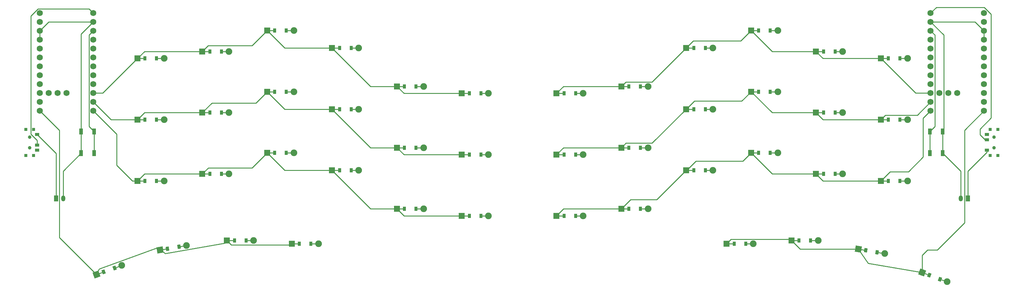
<source format=gbr>
%TF.GenerationSoftware,KiCad,Pcbnew,8.0.4*%
%TF.CreationDate,2024-08-22T13:40:17+01:00*%
%TF.ProjectId,TEST combine v2 left and right,54455354-2063-46f6-9d62-696e65207632,rev?*%
%TF.SameCoordinates,Original*%
%TF.FileFunction,Copper,L1,Top*%
%TF.FilePolarity,Positive*%
%FSLAX46Y46*%
G04 Gerber Fmt 4.6, Leading zero omitted, Abs format (unit mm)*
G04 Created by KiCad (PCBNEW 8.0.4) date 2024-08-22 13:40:17*
%MOMM*%
%LPD*%
G01*
G04 APERTURE LIST*
G04 Aperture macros list*
%AMRotRect*
0 Rectangle, with rotation*
0 The origin of the aperture is its center*
0 $1 length*
0 $2 width*
0 $3 Rotation angle, in degrees counterclockwise*
0 Add horizontal line*
21,1,$1,$2,0,0,$3*%
G04 Aperture macros list end*
%TA.AperFunction,SMDPad,CuDef*%
%ADD10R,0.900000X0.900000*%
%TD*%
%TA.AperFunction,WasherPad*%
%ADD11C,1.000000*%
%TD*%
%TA.AperFunction,SMDPad,CuDef*%
%ADD12R,1.250000X0.900000*%
%TD*%
%TA.AperFunction,SMDPad,CuDef*%
%ADD13R,1.100000X1.800000*%
%TD*%
%TA.AperFunction,ComponentPad*%
%ADD14R,1.778000X1.778000*%
%TD*%
%TA.AperFunction,SMDPad,CuDef*%
%ADD15R,0.900000X1.200000*%
%TD*%
%TA.AperFunction,ComponentPad*%
%ADD16C,1.905000*%
%TD*%
%TA.AperFunction,ComponentPad*%
%ADD17RotRect,1.778000X1.778000X350.000000*%
%TD*%
%TA.AperFunction,SMDPad,CuDef*%
%ADD18RotRect,0.900000X1.200000X350.000000*%
%TD*%
%TA.AperFunction,ComponentPad*%
%ADD19RotRect,1.778000X1.778000X340.000000*%
%TD*%
%TA.AperFunction,SMDPad,CuDef*%
%ADD20RotRect,0.900000X1.200000X340.000000*%
%TD*%
%TA.AperFunction,ComponentPad*%
%ADD21R,1.200000X1.700000*%
%TD*%
%TA.AperFunction,ComponentPad*%
%ADD22O,1.200000X1.700000*%
%TD*%
%TA.AperFunction,ComponentPad*%
%ADD23C,1.752600*%
%TD*%
%TA.AperFunction,ComponentPad*%
%ADD24RotRect,1.778000X1.778000X10.000000*%
%TD*%
%TA.AperFunction,SMDPad,CuDef*%
%ADD25RotRect,0.900000X1.200000X10.000000*%
%TD*%
%TA.AperFunction,ComponentPad*%
%ADD26RotRect,1.778000X1.778000X20.000000*%
%TD*%
%TA.AperFunction,SMDPad,CuDef*%
%ADD27RotRect,0.900000X1.200000X20.000000*%
%TD*%
%TA.AperFunction,Conductor*%
%ADD28C,0.250000*%
%TD*%
G04 APERTURE END LIST*
D10*
%TO.P,T1,*%
%TO.N,*%
X295500004Y-84999998D03*
X293300004Y-84999998D03*
D11*
X294400004Y-87199998D03*
X294400004Y-90199998D03*
D10*
X295500004Y-92399998D03*
X293300004Y-92399998D03*
D12*
%TO.P,T1,1*%
%TO.N,pos*%
X292325004Y-90949998D03*
%TO.P,T1,2*%
%TO.N,RAW*%
X292325004Y-87949998D03*
%TO.P,T1,3*%
%TO.N,N/C*%
X292325003Y-86449998D03*
%TD*%
D13*
%TO.P,B1,1*%
%TO.N,GND*%
X279750001Y-85599998D03*
X279750001Y-91799998D03*
%TO.P,B1,2*%
%TO.N,RST*%
X276050001Y-85599998D03*
X276050001Y-91799998D03*
%TD*%
D14*
%TO.P,D18,1*%
%TO.N,P111*%
X262090005Y-64700001D03*
D15*
X264250005Y-64699999D03*
%TO.P,D18,2*%
%TO.N,sixth_top*%
X267550005Y-64700003D03*
D16*
X269710005Y-64700001D03*
%TD*%
D14*
%TO.P,D12,1*%
%TO.N,P111*%
X225090001Y-56699999D03*
D15*
X227250001Y-56699997D03*
%TO.P,D12,2*%
%TO.N,fourth_top*%
X230550001Y-56700001D03*
D16*
X232710001Y-56699999D03*
%TD*%
D14*
%TO.P,D17,1*%
%TO.N,P010*%
X262090005Y-82199999D03*
D15*
X264250005Y-82199997D03*
%TO.P,D17,2*%
%TO.N,sixth_home*%
X267550005Y-82200001D03*
D16*
X269710005Y-82199999D03*
%TD*%
D14*
%TO.P,D6,1*%
%TO.N,P111*%
X188090002Y-72699999D03*
D15*
X190250002Y-72699997D03*
%TO.P,D6,2*%
%TO.N,second_top*%
X193550002Y-72700001D03*
D16*
X195710002Y-72699999D03*
%TD*%
D14*
%TO.P,D13,1*%
%TO.N,P009*%
X243590002Y-97699999D03*
D15*
X245750002Y-97699997D03*
%TO.P,D13,2*%
%TO.N,fifth_bottom*%
X249050002Y-97700001D03*
D16*
X251210002Y-97699999D03*
%TD*%
D14*
%TO.P,D8,1*%
%TO.N,P010*%
X206590002Y-79199998D03*
D15*
X208750002Y-79199996D03*
%TO.P,D8,2*%
%TO.N,third_home*%
X212050002Y-79200000D03*
D16*
X214210002Y-79199998D03*
%TD*%
D14*
%TO.P,D2,1*%
%TO.N,P010*%
X169590001Y-92199998D03*
D15*
X171750001Y-92199996D03*
%TO.P,D2,2*%
%TO.N,first_home*%
X175050001Y-92200000D03*
D16*
X177210001Y-92199998D03*
%TD*%
D14*
%TO.P,D7,1*%
%TO.N,P009*%
X206590005Y-96700000D03*
D15*
X208750005Y-96699998D03*
%TO.P,D7,2*%
%TO.N,third_bottom*%
X212050005Y-96700002D03*
D16*
X214210005Y-96700000D03*
%TD*%
D14*
%TO.P,D11,1*%
%TO.N,P010*%
X225090007Y-74199999D03*
D15*
X227250007Y-74199997D03*
%TO.P,D11,2*%
%TO.N,fourth_home*%
X230550007Y-74200001D03*
D16*
X232710007Y-74199999D03*
%TD*%
D17*
%TO.P,D21,1*%
%TO.N,P106*%
X255660173Y-119182945D03*
D18*
X257787360Y-119558027D03*
%TO.P,D21,2*%
%TO.N,third_only*%
X261037226Y-120131063D03*
D16*
X263164413Y-120506145D03*
%TD*%
D19*
%TO.P,D22,1*%
%TO.N,P106*%
X273835814Y-125924482D03*
D20*
X275865550Y-126663247D03*
%TO.P,D22,2*%
%TO.N,fourth_only*%
X278966536Y-127791911D03*
D16*
X280996272Y-128530676D03*
%TD*%
D14*
%TO.P,D10,1*%
%TO.N,P009*%
X225089999Y-91700002D03*
D15*
X227249999Y-91700000D03*
%TO.P,D10,2*%
%TO.N,fourth_bottom*%
X230549999Y-91700004D03*
D16*
X232709999Y-91700002D03*
%TD*%
D14*
%TO.P,D3,1*%
%TO.N,P111*%
X169590004Y-74699998D03*
D15*
X171750004Y-74699996D03*
%TO.P,D3,2*%
%TO.N,first_top*%
X175050004Y-74700000D03*
D16*
X177210004Y-74699998D03*
%TD*%
D14*
%TO.P,D19,1*%
%TO.N,P106*%
X218090006Y-117699999D03*
D15*
X220250006Y-117699997D03*
%TO.P,D19,2*%
%TO.N,first_only*%
X223550006Y-117700001D03*
D16*
X225710006Y-117699999D03*
%TD*%
D14*
%TO.P,D9,1*%
%TO.N,P111*%
X206590007Y-61699999D03*
D15*
X208750007Y-61699997D03*
%TO.P,D9,2*%
%TO.N,third_top*%
X212050007Y-61700001D03*
D16*
X214210007Y-61699999D03*
%TD*%
D21*
%TO.P,JST1,1*%
%TO.N,pos*%
X286900005Y-104699999D03*
D22*
%TO.P,JST1,2*%
%TO.N,GND*%
X284900005Y-104699999D03*
%TD*%
D14*
%TO.P,D1,1*%
%TO.N,P009*%
X169590004Y-109699999D03*
D15*
X171750004Y-109699997D03*
%TO.P,D1,2*%
%TO.N,first_bottom*%
X175050004Y-109700001D03*
D16*
X177210004Y-109699999D03*
%TD*%
D14*
%TO.P,D14,1*%
%TO.N,P010*%
X243590007Y-80199997D03*
D15*
X245750007Y-80199995D03*
%TO.P,D14,2*%
%TO.N,fifth_home*%
X249050007Y-80199999D03*
D16*
X251210007Y-80199997D03*
%TD*%
D14*
%TO.P,D16,1*%
%TO.N,P009*%
X262090006Y-99700001D03*
D15*
X264250006Y-99699999D03*
%TO.P,D16,2*%
%TO.N,sixth_bottom*%
X267550006Y-99700003D03*
D16*
X269710006Y-99700001D03*
%TD*%
D14*
%TO.P,D15,1*%
%TO.N,P111*%
X243590004Y-62699997D03*
D15*
X245750004Y-62699995D03*
%TO.P,D15,2*%
%TO.N,fifth_top*%
X249050004Y-62699999D03*
D16*
X251210004Y-62699997D03*
%TD*%
D23*
%TO.P,MCU1,1*%
%TO.N,P006*%
X291520000Y-51730004D03*
%TO.P,MCU1,2*%
%TO.N,P008*%
X291520000Y-54270001D03*
%TO.P,MCU1,3*%
%TO.N,GND*%
X291520000Y-56810001D03*
%TO.P,MCU1,4*%
X291520000Y-59350001D03*
%TO.P,MCU1,5*%
%TO.N,P017*%
X291520000Y-61890001D03*
%TO.P,MCU1,6*%
%TO.N,P020*%
X291520000Y-64430001D03*
%TO.P,MCU1,7*%
%TO.N,P022*%
X291520000Y-66970001D03*
%TO.P,MCU1,8*%
%TO.N,P024*%
X291520000Y-69510001D03*
%TO.P,MCU1,9*%
%TO.N,P100*%
X291519996Y-72050001D03*
%TO.P,MCU1,10*%
%TO.N,P011*%
X291520000Y-74590001D03*
%TO.P,MCU1,11*%
%TO.N,P104*%
X291520000Y-77130001D03*
%TO.P,MCU1,12*%
%TO.N,P106*%
X291520000Y-79670001D03*
%TO.P,MCU1,13*%
%TO.N,P009*%
X276280000Y-79669998D03*
%TO.P,MCU1,14*%
%TO.N,P010*%
X276280000Y-77130001D03*
%TO.P,MCU1,15*%
%TO.N,P111*%
X276280000Y-74590001D03*
%TO.P,MCU1,16*%
%TO.N,P113*%
X276280000Y-72050001D03*
%TO.P,MCU1,17*%
%TO.N,P115*%
X276280000Y-69510001D03*
%TO.P,MCU1,18*%
%TO.N,P002*%
X276280000Y-66970001D03*
%TO.P,MCU1,19*%
%TO.N,P029*%
X276280000Y-64430001D03*
%TO.P,MCU1,20*%
%TO.N,P031*%
X276280000Y-61890001D03*
%TO.P,MCU1,21*%
%TO.N,VCC*%
X276280004Y-59350001D03*
%TO.P,MCU1,22*%
%TO.N,RST*%
X276280000Y-56810001D03*
%TO.P,MCU1,23*%
%TO.N,GND*%
X276280000Y-54270001D03*
%TO.P,MCU1,24*%
%TO.N,RAW*%
X276280000Y-51730001D03*
%TO.P,MCU1,31*%
%TO.N,P101*%
X278820002Y-74590000D03*
%TO.P,MCU1,32*%
%TO.N,P102*%
X281360000Y-74590001D03*
%TO.P,MCU1,33*%
%TO.N,P107*%
X283900000Y-74590001D03*
%TD*%
D14*
%TO.P,D4,1*%
%TO.N,P009*%
X188089998Y-107700000D03*
D15*
X190249998Y-107699998D03*
%TO.P,D4,2*%
%TO.N,second_bottom*%
X193549998Y-107700002D03*
D16*
X195709998Y-107700000D03*
%TD*%
D14*
%TO.P,D20,1*%
%TO.N,P106*%
X236590004Y-116700001D03*
D15*
X238750004Y-116699999D03*
%TO.P,D20,2*%
%TO.N,second_only*%
X242050004Y-116700003D03*
D16*
X244210004Y-116700001D03*
%TD*%
D14*
%TO.P,D5,1*%
%TO.N,P010*%
X188090008Y-90200002D03*
D15*
X190250008Y-90200000D03*
%TO.P,D5,2*%
%TO.N,second_home*%
X193550008Y-90200004D03*
D16*
X195710008Y-90200002D03*
%TD*%
D10*
%TO.P,T1,*%
%TO.N,*%
X18301796Y-92401793D03*
X20501796Y-92401793D03*
D11*
X19401796Y-90201793D03*
X19401796Y-87201793D03*
D10*
X18301796Y-85001793D03*
X20501796Y-85001793D03*
D12*
%TO.P,T1,1*%
%TO.N,pos*%
X21476797Y-86451793D03*
%TO.P,T1,2*%
%TO.N,RAW*%
X21476796Y-89451793D03*
%TO.P,T1,3*%
%TO.N,N/C*%
X21476796Y-90951793D03*
%TD*%
D13*
%TO.P,B1,1*%
%TO.N,GND*%
X34051797Y-91801793D03*
X34051797Y-85601793D03*
%TO.P,B1,2*%
%TO.N,RST*%
X37751797Y-91801793D03*
X37751797Y-85601793D03*
%TD*%
D14*
%TO.P,D7,1*%
%TO.N,P009*%
X105591795Y-96701795D03*
D15*
X107751795Y-96701796D03*
%TO.P,D7,2*%
%TO.N,mirror_third_bottom*%
X111051795Y-96701794D03*
D16*
X113211795Y-96701795D03*
%TD*%
D14*
%TO.P,D3,1*%
%TO.N,P111*%
X142591795Y-74701795D03*
D15*
X144751795Y-74701796D03*
%TO.P,D3,2*%
%TO.N,mirror_first_top*%
X148051795Y-74701794D03*
D16*
X150211795Y-74701795D03*
%TD*%
D14*
%TO.P,D12,1*%
%TO.N,P111*%
X87091797Y-56701795D03*
D15*
X89251797Y-56701796D03*
%TO.P,D12,2*%
%TO.N,mirror_fourth_top*%
X92551797Y-56701794D03*
D16*
X94711797Y-56701795D03*
%TD*%
D14*
%TO.P,D18,1*%
%TO.N,P111*%
X50091796Y-64701795D03*
D15*
X52251796Y-64701796D03*
%TO.P,D18,2*%
%TO.N,mirror_sixth_top*%
X55551796Y-64701794D03*
D16*
X57711796Y-64701795D03*
%TD*%
D14*
%TO.P,D2,1*%
%TO.N,P010*%
X142591797Y-92201794D03*
D15*
X144751797Y-92201795D03*
%TO.P,D2,2*%
%TO.N,mirror_first_home*%
X148051797Y-92201793D03*
D16*
X150211797Y-92201794D03*
%TD*%
D14*
%TO.P,D17,1*%
%TO.N,P010*%
X50091797Y-82201793D03*
D15*
X52251797Y-82201794D03*
%TO.P,D17,2*%
%TO.N,mirror_sixth_home*%
X55551797Y-82201792D03*
D16*
X57711797Y-82201793D03*
%TD*%
D14*
%TO.P,D15,1*%
%TO.N,P111*%
X68591796Y-62701795D03*
D15*
X70751796Y-62701796D03*
%TO.P,D15,2*%
%TO.N,mirror_fifth_top*%
X74051796Y-62701794D03*
D16*
X76211796Y-62701795D03*
%TD*%
D14*
%TO.P,D9,1*%
%TO.N,P111*%
X105591796Y-61701795D03*
D15*
X107751796Y-61701796D03*
%TO.P,D9,2*%
%TO.N,mirror_third_top*%
X111051796Y-61701794D03*
D16*
X113211796Y-61701795D03*
%TD*%
D14*
%TO.P,D16,1*%
%TO.N,P009*%
X50091796Y-99701796D03*
D15*
X52251796Y-99701797D03*
%TO.P,D16,2*%
%TO.N,mirror_sixth_bottom*%
X55551796Y-99701795D03*
D16*
X57711796Y-99701796D03*
%TD*%
D14*
%TO.P,D1,1*%
%TO.N,P009*%
X142591796Y-109701796D03*
D15*
X144751796Y-109701797D03*
%TO.P,D1,2*%
%TO.N,mirror_first_bottom*%
X148051796Y-109701795D03*
D16*
X150211796Y-109701796D03*
%TD*%
D14*
%TO.P,D4,1*%
%TO.N,P009*%
X124091796Y-107701795D03*
D15*
X126251796Y-107701796D03*
%TO.P,D4,2*%
%TO.N,mirror_second_bottom*%
X129551796Y-107701794D03*
D16*
X131711796Y-107701795D03*
%TD*%
D24*
%TO.P,D21,1*%
%TO.N,P106*%
X56546238Y-119466053D03*
D25*
X58673424Y-119090971D03*
%TO.P,D21,2*%
%TO.N,mirror_third_only*%
X61923290Y-118517935D03*
D16*
X64050476Y-118142853D03*
%TD*%
D14*
%TO.P,D5,1*%
%TO.N,P010*%
X124091794Y-90201795D03*
D15*
X126251794Y-90201796D03*
%TO.P,D5,2*%
%TO.N,mirror_second_home*%
X129551794Y-90201794D03*
D16*
X131711794Y-90201795D03*
%TD*%
D14*
%TO.P,D13,1*%
%TO.N,P009*%
X68591797Y-97701796D03*
D15*
X70751797Y-97701797D03*
%TO.P,D13,2*%
%TO.N,mirror_fifth_bottom*%
X74051797Y-97701795D03*
D16*
X76211797Y-97701796D03*
%TD*%
D26*
%TO.P,D22,1*%
%TO.N,P106*%
X38443683Y-126480349D03*
D27*
X40473419Y-125741584D03*
%TO.P,D22,2*%
%TO.N,mirror_fourth_only*%
X43574405Y-124612920D03*
D16*
X45604141Y-123874155D03*
%TD*%
D14*
%TO.P,D6,1*%
%TO.N,P111*%
X124091797Y-72701795D03*
D15*
X126251797Y-72701796D03*
%TO.P,D6,2*%
%TO.N,mirror_second_top*%
X129551797Y-72701794D03*
D16*
X131711797Y-72701795D03*
%TD*%
D23*
%TO.P,MCU1,1*%
%TO.N,P006*%
X22281796Y-51731796D03*
%TO.P,MCU1,2*%
%TO.N,P008*%
X22281796Y-54271795D03*
%TO.P,MCU1,3*%
%TO.N,GND*%
X22281796Y-56811795D03*
%TO.P,MCU1,4*%
X22281796Y-59351795D03*
%TO.P,MCU1,5*%
%TO.N,P017*%
X22281796Y-61891795D03*
%TO.P,MCU1,6*%
%TO.N,P020*%
X22281796Y-64431795D03*
%TO.P,MCU1,7*%
%TO.N,P022*%
X22281796Y-66971795D03*
%TO.P,MCU1,8*%
%TO.N,P024*%
X22281796Y-69511795D03*
%TO.P,MCU1,9*%
%TO.N,P100*%
X22281797Y-72051795D03*
%TO.P,MCU1,10*%
%TO.N,P011*%
X22281796Y-74591795D03*
%TO.P,MCU1,11*%
%TO.N,P104*%
X22281796Y-77131795D03*
%TO.P,MCU1,12*%
%TO.N,P106*%
X22281796Y-79671795D03*
%TO.P,MCU1,13*%
%TO.N,P009*%
X37521796Y-79671794D03*
%TO.P,MCU1,14*%
%TO.N,P010*%
X37521796Y-77131795D03*
%TO.P,MCU1,15*%
%TO.N,P111*%
X37521796Y-74591795D03*
%TO.P,MCU1,16*%
%TO.N,P113*%
X37521796Y-72051795D03*
%TO.P,MCU1,17*%
%TO.N,P115*%
X37521796Y-69511795D03*
%TO.P,MCU1,18*%
%TO.N,P002*%
X37521796Y-66971795D03*
%TO.P,MCU1,19*%
%TO.N,P029*%
X37521796Y-64431795D03*
%TO.P,MCU1,20*%
%TO.N,P031*%
X37521796Y-61891795D03*
%TO.P,MCU1,21*%
%TO.N,VCC*%
X37521795Y-59351795D03*
%TO.P,MCU1,22*%
%TO.N,RST*%
X37521796Y-56811795D03*
%TO.P,MCU1,23*%
%TO.N,GND*%
X37521796Y-54271795D03*
%TO.P,MCU1,24*%
%TO.N,RAW*%
X37521796Y-51731795D03*
%TO.P,MCU1,31*%
%TO.N,P101*%
X24821796Y-74591795D03*
%TO.P,MCU1,32*%
%TO.N,P102*%
X27361796Y-74591795D03*
%TO.P,MCU1,33*%
%TO.N,P107*%
X29901796Y-74591795D03*
%TD*%
D14*
%TO.P,D20,1*%
%TO.N,P106*%
X75591796Y-116701794D03*
D15*
X77751796Y-116701795D03*
%TO.P,D20,2*%
%TO.N,mirror_second_only*%
X81051796Y-116701793D03*
D16*
X83211796Y-116701794D03*
%TD*%
D14*
%TO.P,D14,1*%
%TO.N,P010*%
X68591795Y-80201794D03*
D15*
X70751795Y-80201795D03*
%TO.P,D14,2*%
%TO.N,mirror_fifth_home*%
X74051795Y-80201793D03*
D16*
X76211795Y-80201794D03*
%TD*%
D14*
%TO.P,D10,1*%
%TO.N,P009*%
X87091795Y-91701795D03*
D15*
X89251795Y-91701796D03*
%TO.P,D10,2*%
%TO.N,mirror_fourth_bottom*%
X92551795Y-91701794D03*
D16*
X94711795Y-91701795D03*
%TD*%
D14*
%TO.P,D19,1*%
%TO.N,P106*%
X94091794Y-117701795D03*
D15*
X96251794Y-117701796D03*
%TO.P,D19,2*%
%TO.N,mirror_first_only*%
X99551794Y-117701794D03*
D16*
X101711794Y-117701795D03*
%TD*%
D14*
%TO.P,D8,1*%
%TO.N,P010*%
X105591797Y-79201794D03*
D15*
X107751797Y-79201795D03*
%TO.P,D8,2*%
%TO.N,mirror_third_home*%
X111051797Y-79201793D03*
D16*
X113211797Y-79201794D03*
%TD*%
D14*
%TO.P,D11,1*%
%TO.N,P010*%
X87091796Y-74201794D03*
D15*
X89251796Y-74201795D03*
%TO.P,D11,2*%
%TO.N,mirror_fourth_home*%
X92551796Y-74201793D03*
D16*
X94711796Y-74201794D03*
%TD*%
D21*
%TO.P,JST1,1*%
%TO.N,pos*%
X26901796Y-104701794D03*
D22*
%TO.P,JST1,2*%
%TO.N,GND*%
X28901796Y-104701794D03*
%TD*%
D28*
%TO.N,first_bottom*%
X175050005Y-109699997D02*
X177210003Y-109700002D01*
%TO.N,first_home*%
X175050001Y-92200000D02*
X177210007Y-92199999D01*
%TO.N,first_top*%
X175050006Y-74699995D02*
X177210003Y-74699997D01*
%TO.N,second_bottom*%
X193550003Y-107699997D02*
X195710003Y-107699998D01*
%TO.N,second_home*%
X193550005Y-90199998D02*
X195710003Y-90200000D01*
%TO.N,second_top*%
X193550008Y-72700001D02*
X195710008Y-72699998D01*
%TO.N,third_bottom*%
X212050003Y-96699998D02*
X214210007Y-96700001D01*
%TO.N,third_home*%
X212050008Y-79200000D02*
X214210003Y-79199999D01*
%TO.N,third_top*%
X212049999Y-61699999D02*
X214210004Y-61699998D01*
%TO.N,fourth_bottom*%
X230550004Y-91699999D02*
X232710002Y-91700001D01*
%TO.N,fourth_home*%
X232710002Y-74199998D02*
X230550007Y-74200000D01*
%TO.N,fourth_top*%
X230550000Y-56699996D02*
X232710008Y-56700001D01*
%TO.N,fifth_bottom*%
X249050004Y-97699999D02*
X251210000Y-97699998D01*
%TO.N,fifth_home*%
X249049998Y-80200000D02*
X251210002Y-80199995D01*
%TO.N,fifth_top*%
X249050005Y-62700000D02*
X251210002Y-62699999D01*
%TO.N,sixth_bottom*%
X267550000Y-99700001D02*
X269710004Y-99699998D01*
%TO.N,sixth_home*%
X267550006Y-82200000D02*
X269710000Y-82200001D01*
%TO.N,sixth_top*%
X267550001Y-64700000D02*
X269710003Y-64699997D01*
%TO.N,first_only*%
X223550008Y-117700000D02*
X225710001Y-117700000D01*
%TO.N,second_only*%
X242050007Y-116699999D02*
X244210005Y-116700002D01*
%TO.N,third_only*%
X261037226Y-120131064D02*
X263164406Y-120506142D01*
X263164406Y-120506142D02*
X263164410Y-120506149D01*
%TO.N,fourth_only*%
X278966537Y-127791909D02*
X280996273Y-128530675D01*
X280996273Y-128530675D02*
X280996270Y-128530677D01*
%TO.N,P009*%
X188090002Y-107700001D02*
X190250007Y-107699999D01*
X269944244Y-97094295D02*
X264695712Y-97094295D01*
X274144244Y-92894295D02*
X269944244Y-97094295D01*
X262090002Y-99699998D02*
X264250007Y-99699999D01*
X209336426Y-94085354D02*
X222704649Y-94085355D01*
X198204649Y-105085355D02*
X206590002Y-96700001D01*
X206590002Y-96700001D02*
X206721780Y-96700000D01*
X169590005Y-109699998D02*
X171590004Y-107700000D01*
X225089998Y-91699997D02*
X227250006Y-91699997D01*
X243590005Y-97699999D02*
X245750004Y-97700001D01*
X264695712Y-97094295D02*
X262090006Y-99700001D01*
X274144244Y-81805754D02*
X274144244Y-92894295D01*
X245590006Y-99700001D02*
X262090005Y-99700001D01*
X188089998Y-107699999D02*
X190704645Y-105085354D01*
X190704645Y-105085354D02*
X198204649Y-105085355D01*
X171590004Y-107700000D02*
X188089998Y-107699999D01*
X222704649Y-94085355D02*
X225090001Y-91700001D01*
X206590003Y-96699998D02*
X208750002Y-96700001D01*
X231089997Y-97699997D02*
X243590004Y-97699999D01*
X206721780Y-96700000D02*
X209336426Y-94085354D01*
X243590004Y-97699999D02*
X245590006Y-99700001D01*
X225090001Y-91700001D02*
X231089997Y-97699997D01*
X276280000Y-79669998D02*
X274144244Y-81805754D01*
X169590008Y-109700001D02*
X171750004Y-109700001D01*
%TO.N,P010*%
X245590008Y-82199999D02*
X262090005Y-82199999D01*
X169590001Y-92199997D02*
X171589998Y-90200002D01*
X225090007Y-74200000D02*
X231090005Y-80199997D01*
X206590003Y-79199999D02*
X208904648Y-76885354D01*
X188090007Y-90200001D02*
X189367506Y-88922502D01*
X231090005Y-80199997D02*
X243590006Y-80199998D01*
X171589998Y-90200002D02*
X188090007Y-90200001D01*
X272487502Y-80922499D02*
X276280000Y-77130001D01*
X243590000Y-80200002D02*
X245750007Y-80200000D01*
X169590005Y-92199999D02*
X171750002Y-92200002D01*
X262090005Y-82199999D02*
X263367505Y-80922499D01*
X189367506Y-88922502D02*
X196867501Y-88922502D01*
X243590006Y-80199998D02*
X245590008Y-82199999D01*
X222404652Y-76885354D02*
X225090007Y-74200000D01*
X262090005Y-82200001D02*
X264250004Y-82199999D01*
X208904648Y-76885354D02*
X222404652Y-76885354D01*
X225090005Y-74200000D02*
X227250002Y-74200000D01*
X263367505Y-80922499D02*
X272487502Y-80922499D01*
X206590004Y-79200000D02*
X208750001Y-79199998D01*
X188090005Y-90199995D02*
X190250003Y-90199998D01*
X196867501Y-88922502D02*
X206590003Y-79199999D01*
%TO.N,P111*%
X171590002Y-72699999D02*
X188090002Y-72699998D01*
X262090005Y-64700001D02*
X271980005Y-74590001D01*
X169590002Y-74699999D02*
X171750006Y-74699998D01*
X225090000Y-56700000D02*
X231090001Y-62699998D01*
X206590007Y-61699999D02*
X208604651Y-59685354D01*
X245590006Y-64700000D02*
X262090005Y-64700001D01*
X243590002Y-62699998D02*
X245750001Y-62699998D01*
X262090006Y-64699999D02*
X264250005Y-64700000D01*
X189367502Y-71422499D02*
X196867506Y-71422499D01*
X188090002Y-72699999D02*
X190250004Y-72699998D01*
X243590003Y-62699998D02*
X245590006Y-64700000D01*
X196867506Y-71422499D02*
X206590007Y-61699999D01*
X206590004Y-61699997D02*
X208750006Y-61700001D01*
X225090002Y-56699999D02*
X227250004Y-56699998D01*
X222104646Y-59685355D02*
X225090000Y-56700000D01*
X271980005Y-74590001D02*
X276280000Y-74590001D01*
X169590002Y-74699999D02*
X171590002Y-72699999D01*
X188090002Y-72699998D02*
X189367502Y-71422499D01*
X231090001Y-62699998D02*
X243590003Y-62699998D01*
X208604651Y-59685354D02*
X222104646Y-59685355D01*
%TO.N,P106*%
X275865548Y-126663245D02*
X275865549Y-126663247D01*
X255660175Y-119182944D02*
X258485405Y-123217790D01*
X218090005Y-117699998D02*
X219367504Y-116422498D01*
X257787355Y-119558024D02*
X257787355Y-119558028D01*
X236590005Y-116700000D02*
X239072947Y-119182944D01*
X273835814Y-121002725D02*
X273835814Y-125924482D01*
X278224983Y-119413556D02*
X275424983Y-119413556D01*
X255660172Y-119182946D02*
X257787355Y-119558024D01*
X285975005Y-111663534D02*
X278224983Y-119413556D01*
X273835815Y-125924478D02*
X275865548Y-126663245D01*
X236312502Y-116422499D02*
X236590005Y-116700000D01*
X219367504Y-116422498D02*
X236312502Y-116422499D01*
X285975005Y-85214996D02*
X285975005Y-111663534D01*
X218090003Y-117699998D02*
X220250004Y-117700001D01*
X291520000Y-79670001D02*
X285975005Y-85214996D01*
X258485405Y-123217790D02*
X273835814Y-125924481D01*
X275424983Y-119413556D02*
X273835814Y-121002725D01*
X236590007Y-116699996D02*
X238750006Y-116700002D01*
X239072947Y-119182944D02*
X255660174Y-119182944D01*
%TO.N,RAW*%
X276280000Y-51730001D02*
X277915706Y-50094295D01*
X291583186Y-50094295D02*
X293544244Y-52055353D01*
X290344244Y-86494295D02*
X291799947Y-87949998D01*
X291799947Y-87949998D02*
X292325004Y-87949998D01*
X293544244Y-81694295D02*
X290344244Y-84894295D01*
X277915706Y-50094295D02*
X291583186Y-50094295D01*
X293544244Y-52055353D02*
X293544244Y-81694295D01*
X290344244Y-84894295D02*
X290344244Y-86494295D01*
%TO.N,GND*%
X276280000Y-54270001D02*
X280021302Y-58011303D01*
X276280000Y-54270001D02*
X288980000Y-54270001D01*
X280021302Y-85328697D02*
X279750001Y-85599998D01*
X284900005Y-104699999D02*
X284900005Y-96950002D01*
X284900005Y-96950002D02*
X279750001Y-91799998D01*
X288980000Y-54270001D02*
X291520000Y-56810001D01*
X279750001Y-85599998D02*
X279750001Y-91799998D01*
X291520000Y-56810001D02*
X291520000Y-59350001D01*
X280021302Y-58011303D02*
X280021302Y-85328697D01*
%TO.N,RST*%
X276050001Y-85599998D02*
X277481304Y-84168695D01*
X276050001Y-91799998D02*
X276050001Y-85599998D01*
X277481304Y-84168695D02*
X277481304Y-58011305D01*
X277481304Y-58011305D02*
X276280000Y-56810001D01*
%TO.N,pos*%
X286900005Y-96938534D02*
X292325004Y-91513535D01*
X286900005Y-104699999D02*
X286900005Y-96938534D01*
X292325004Y-91513535D02*
X292325004Y-90949998D01*
%TO.N,mirror_first_bottom*%
X148051796Y-109701795D02*
X150211795Y-109701795D01*
X150211795Y-109701795D02*
X150211796Y-109701796D01*
%TO.N,mirror_first_home*%
X150211797Y-92201794D02*
X148051798Y-92201794D01*
X148051798Y-92201794D02*
X148051797Y-92201793D01*
%TO.N,mirror_first_top*%
X150211794Y-74701794D02*
X150211795Y-74701795D01*
X148051795Y-74701794D02*
X150211794Y-74701794D01*
%TO.N,mirror_second_bottom*%
X129551796Y-107701794D02*
X131711795Y-107701794D01*
X131711795Y-107701794D02*
X131711796Y-107701795D01*
%TO.N,mirror_second_home*%
X131711794Y-90201795D02*
X129551795Y-90201795D01*
X129551795Y-90201795D02*
X129551794Y-90201794D01*
%TO.N,mirror_second_top*%
X129551797Y-72701794D02*
X131711796Y-72701794D01*
X131711796Y-72701794D02*
X131711797Y-72701795D01*
%TO.N,mirror_third_bottom*%
X113211794Y-96701794D02*
X113211795Y-96701795D01*
X111051795Y-96701794D02*
X113211794Y-96701794D01*
%TO.N,mirror_third_home*%
X113211797Y-79201794D02*
X111051798Y-79201794D01*
X111051798Y-79201794D02*
X111051797Y-79201793D01*
%TO.N,mirror_third_top*%
X111051796Y-61701794D02*
X113211795Y-61701794D01*
X113211795Y-61701794D02*
X113211796Y-61701795D01*
%TO.N,mirror_fourth_bottom*%
X94711795Y-91701795D02*
X92551796Y-91701795D01*
X92551796Y-91701795D02*
X92551795Y-91701794D01*
%TO.N,mirror_fourth_home*%
X92551797Y-74201794D02*
X92551796Y-74201793D01*
X94711796Y-74201794D02*
X92551797Y-74201794D01*
%TO.N,mirror_fourth_top*%
X92551797Y-56701794D02*
X94711796Y-56701794D01*
X94711796Y-56701794D02*
X94711797Y-56701795D01*
%TO.N,mirror_fifth_bottom*%
X76211796Y-97701795D02*
X76211797Y-97701796D01*
X74051797Y-97701795D02*
X76211796Y-97701795D01*
%TO.N,mirror_fifth_home*%
X76211795Y-80201794D02*
X74051796Y-80201794D01*
X74051796Y-80201794D02*
X74051795Y-80201793D01*
%TO.N,mirror_fifth_top*%
X76211795Y-62701794D02*
X76211796Y-62701795D01*
X74051796Y-62701794D02*
X76211795Y-62701794D01*
%TO.N,mirror_sixth_bottom*%
X57711795Y-99701795D02*
X57711796Y-99701796D01*
X55551796Y-99701795D02*
X57711795Y-99701795D01*
%TO.N,mirror_sixth_home*%
X55551798Y-82201793D02*
X55551797Y-82201792D01*
X57711797Y-82201793D02*
X55551798Y-82201793D01*
%TO.N,mirror_sixth_top*%
X55551796Y-64701794D02*
X57711795Y-64701794D01*
X57711795Y-64701794D02*
X57711796Y-64701795D01*
%TO.N,mirror_first_only*%
X99551794Y-117701794D02*
X101711793Y-117701794D01*
X101711793Y-117701794D02*
X101711794Y-117701795D01*
%TO.N,mirror_second_only*%
X81051796Y-116701793D02*
X83211795Y-116701793D01*
X83211795Y-116701793D02*
X83211796Y-116701794D01*
%TO.N,mirror_third_only*%
X64050472Y-118142854D02*
X64050474Y-118142851D01*
X61923289Y-118517934D02*
X64050472Y-118142854D01*
%TO.N,mirror_fourth_only*%
X43574406Y-124612918D02*
X45604139Y-123874156D01*
X45604139Y-123874156D02*
X45604141Y-123874153D01*
%TO.N,P009*%
X126091797Y-109701796D02*
X142591796Y-109701796D01*
X87091795Y-91701795D02*
X92091795Y-96701795D01*
X68591797Y-97701796D02*
X70236618Y-96056975D01*
X70236618Y-96056975D02*
X70236618Y-96021186D01*
X48668113Y-99701796D02*
X50091796Y-99701796D01*
X50091796Y-99701796D02*
X52251795Y-99701796D01*
X105591795Y-96701795D02*
X116591795Y-107701795D01*
X87091795Y-91701795D02*
X89251794Y-91701795D01*
X37521796Y-79671794D02*
X44175896Y-86325894D01*
X92091795Y-96701795D02*
X105591795Y-96701795D01*
X124091796Y-107701795D02*
X126251795Y-107701795D01*
X52091796Y-97701796D02*
X68591797Y-97701796D01*
X142591796Y-109701796D02*
X144751795Y-109701796D01*
X105591795Y-96701795D02*
X107751794Y-96701795D01*
X70751796Y-97701796D02*
X70751797Y-97701797D01*
X44175896Y-95209579D02*
X48668113Y-99701796D01*
X68591797Y-97701796D02*
X70751796Y-97701796D01*
X52251795Y-99701796D02*
X52251796Y-99701797D01*
X89251794Y-91701795D02*
X89251795Y-91701796D01*
X107751794Y-96701795D02*
X107751795Y-96701796D01*
X124091796Y-107701795D02*
X126091797Y-109701796D01*
X50091796Y-99701796D02*
X52091796Y-97701796D01*
X82772404Y-96021186D02*
X87091795Y-91701795D01*
X144751795Y-109701796D02*
X144751796Y-109701797D01*
X44175896Y-86325894D02*
X44175896Y-95209579D01*
X126251795Y-107701795D02*
X126251796Y-107701796D01*
X70236618Y-96021186D02*
X82772404Y-96021186D01*
X116591795Y-107701795D02*
X124091796Y-107701795D01*
%TO.N,P010*%
X68591796Y-80201795D02*
X68591795Y-80201794D01*
X105591797Y-79201794D02*
X92091796Y-79201794D01*
X83872404Y-77421186D02*
X71372403Y-77421186D01*
X105591798Y-79201795D02*
X105591797Y-79201794D01*
X87091797Y-74201795D02*
X87091796Y-74201794D01*
X42591794Y-82201793D02*
X50091797Y-82201793D01*
X144751797Y-92201795D02*
X142591798Y-92201795D01*
X142591798Y-92201795D02*
X142591797Y-92201794D01*
X52251797Y-82201794D02*
X50091798Y-82201794D01*
X142591797Y-92201794D02*
X126091793Y-92201794D01*
X70751795Y-80201795D02*
X68591796Y-80201795D01*
X50091798Y-82201794D02*
X50091797Y-82201793D01*
X126091793Y-92201794D02*
X124091794Y-90201795D01*
X124091795Y-90201796D02*
X124091794Y-90201795D01*
X68591795Y-80201794D02*
X52091796Y-80201794D01*
X126251794Y-90201796D02*
X124091795Y-90201796D01*
X37521796Y-77131795D02*
X42591794Y-82201793D01*
X107751797Y-79201795D02*
X105591798Y-79201795D01*
X116591798Y-90201795D02*
X105591797Y-79201794D01*
X92091796Y-79201794D02*
X87091796Y-74201794D01*
X71372403Y-77421186D02*
X68591795Y-80201794D01*
X52091796Y-80201794D02*
X50091797Y-82201793D01*
X87091796Y-74201794D02*
X83872404Y-77421186D01*
X89251796Y-74201795D02*
X87091797Y-74201795D01*
X124091794Y-90201795D02*
X116591798Y-90201795D01*
%TO.N,P111*%
X87091797Y-56701795D02*
X92091797Y-61701795D01*
X92091797Y-61701795D02*
X105591796Y-61701795D01*
X37521796Y-74591795D02*
X40201796Y-74591795D01*
X107751795Y-61701795D02*
X107751796Y-61701796D01*
X126251796Y-72701795D02*
X126251797Y-72701796D01*
X89251796Y-56701795D02*
X89251797Y-56701796D01*
X68591796Y-62701795D02*
X70272405Y-61021186D01*
X52251795Y-64701795D02*
X52251796Y-64701796D01*
X70751795Y-62701795D02*
X70751796Y-62701796D01*
X50091796Y-64701795D02*
X52091796Y-62701795D01*
X82772406Y-61021186D02*
X87091797Y-56701795D01*
X116591796Y-72701795D02*
X124091797Y-72701795D01*
X105591796Y-61701795D02*
X116591796Y-72701795D01*
X124091797Y-72701795D02*
X126091797Y-74701795D01*
X40201796Y-74591795D02*
X50091796Y-64701795D01*
X68591796Y-62701795D02*
X70751795Y-62701795D01*
X105591796Y-61701795D02*
X107751795Y-61701795D01*
X126091797Y-74701795D02*
X142591795Y-74701795D01*
X124091797Y-72701795D02*
X126251796Y-72701795D01*
X70272405Y-61021186D02*
X82772406Y-61021186D01*
X52091796Y-62701795D02*
X68591796Y-62701795D01*
X50091796Y-64701795D02*
X52251795Y-64701795D01*
X144751794Y-74701795D02*
X144751795Y-74701796D01*
X87091797Y-56701795D02*
X89251796Y-56701795D01*
X142591795Y-74701795D02*
X144751794Y-74701795D01*
%TO.N,P106*%
X40473418Y-125741587D02*
X40473419Y-125741583D01*
X75030039Y-117504066D02*
X75591796Y-116701794D01*
X58673422Y-119090973D02*
X58673424Y-119090971D01*
X93814295Y-117979294D02*
X94091794Y-117701795D01*
X39207213Y-124842958D02*
X55421332Y-118941501D01*
X22281796Y-79671795D02*
X27826796Y-85216795D01*
X75591796Y-116701794D02*
X76869296Y-117979294D01*
X27826796Y-115863462D02*
X38443683Y-126480349D01*
X58026164Y-120502307D02*
X75030039Y-117504066D01*
X56546239Y-119466053D02*
X58026164Y-120502307D01*
X96251793Y-117701795D02*
X96251794Y-117701796D01*
X75591796Y-116701794D02*
X77751795Y-116701794D01*
X55421332Y-118941501D02*
X56546239Y-119466053D01*
X38443684Y-126480348D02*
X40473418Y-125741587D01*
X77751795Y-116701794D02*
X77751796Y-116701795D01*
X56546239Y-119466053D02*
X58673422Y-119090973D01*
X76869296Y-117979294D02*
X93814295Y-117979294D01*
X94091794Y-117701795D02*
X96251793Y-117701795D01*
X38443684Y-126480348D02*
X39207213Y-124842958D01*
X27826796Y-85216795D02*
X27826796Y-115863462D01*
%TO.N,RAW*%
X19726796Y-52531008D02*
X19726796Y-86360066D01*
X36320497Y-50530496D02*
X21727308Y-50530496D01*
X21476796Y-88110066D02*
X21476796Y-89451793D01*
X21727308Y-50530496D02*
X19726796Y-52531008D01*
X37521796Y-51731795D02*
X36320497Y-50530496D01*
X19726796Y-86360066D02*
X21476796Y-88110066D01*
%TO.N,GND*%
X34051797Y-91801793D02*
X34051797Y-85601793D01*
X28901796Y-96951794D02*
X34051797Y-91801793D01*
X34051797Y-57741794D02*
X37521796Y-54271795D01*
X28901796Y-104701794D02*
X28901796Y-96951794D01*
X34051797Y-85601793D02*
X34051797Y-57741794D01*
X22281796Y-56811795D02*
X22281796Y-59351795D01*
X37521796Y-54271795D02*
X24821796Y-54271795D01*
X24821796Y-54271795D02*
X22281796Y-56811795D01*
%TO.N,RST*%
X36320496Y-58013095D02*
X37521796Y-56811795D01*
X37751797Y-91801793D02*
X37751797Y-85601793D01*
X37751797Y-85601793D02*
X36320496Y-84170492D01*
X36320496Y-84170492D02*
X36320496Y-58013095D01*
%TO.N,pos*%
X21476797Y-86451793D02*
X26901796Y-91876792D01*
X26901796Y-91876792D02*
X26901796Y-104701794D01*
%TD*%
M02*

</source>
